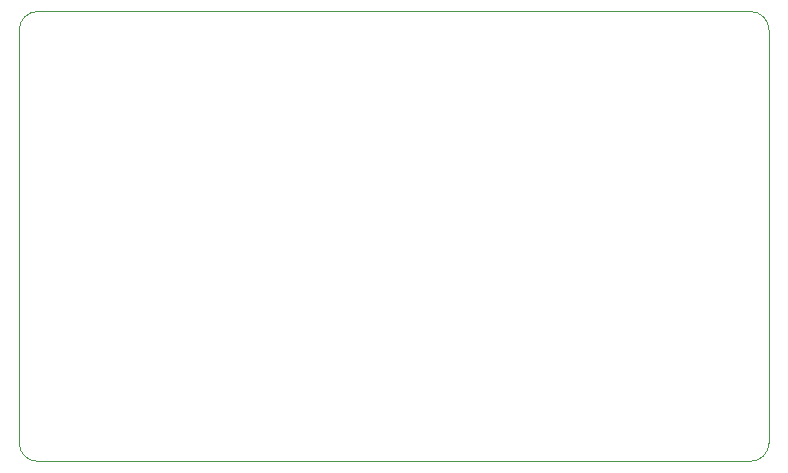
<source format=gm1>
G04 #@! TF.GenerationSoftware,KiCad,Pcbnew,(5.1.9)-1*
G04 #@! TF.CreationDate,2021-05-27T00:57:22-06:00*
G04 #@! TF.ProjectId,cga_proto_boards_top,6367615f-7072-46f7-946f-5f626f617264,rev?*
G04 #@! TF.SameCoordinates,Original*
G04 #@! TF.FileFunction,Profile,NP*
%FSLAX46Y46*%
G04 Gerber Fmt 4.6, Leading zero omitted, Abs format (unit mm)*
G04 Created by KiCad (PCBNEW (5.1.9)-1) date 2021-05-27 00:57:22*
%MOMM*%
%LPD*%
G01*
G04 APERTURE LIST*
G04 #@! TA.AperFunction,Profile*
%ADD10C,0.050000*%
G04 #@! TD*
G04 APERTURE END LIST*
D10*
X77787500Y-88106250D02*
G75*
G02*
X76200000Y-89693750I-1587500J0D01*
G01*
X15875000Y-89693750D02*
G75*
G02*
X14287500Y-88106250I0J1587500D01*
G01*
X14287500Y-53181250D02*
G75*
G02*
X15875000Y-51593750I1587500J0D01*
G01*
X76200000Y-51593750D02*
G75*
G02*
X77787500Y-53181250I0J-1587500D01*
G01*
X14287500Y-88106250D02*
X14287500Y-53181250D01*
X76200000Y-89693750D02*
X15875000Y-89693750D01*
X77787500Y-53181250D02*
X77787500Y-88106250D01*
X15875000Y-51593750D02*
X76200000Y-51593750D01*
M02*

</source>
